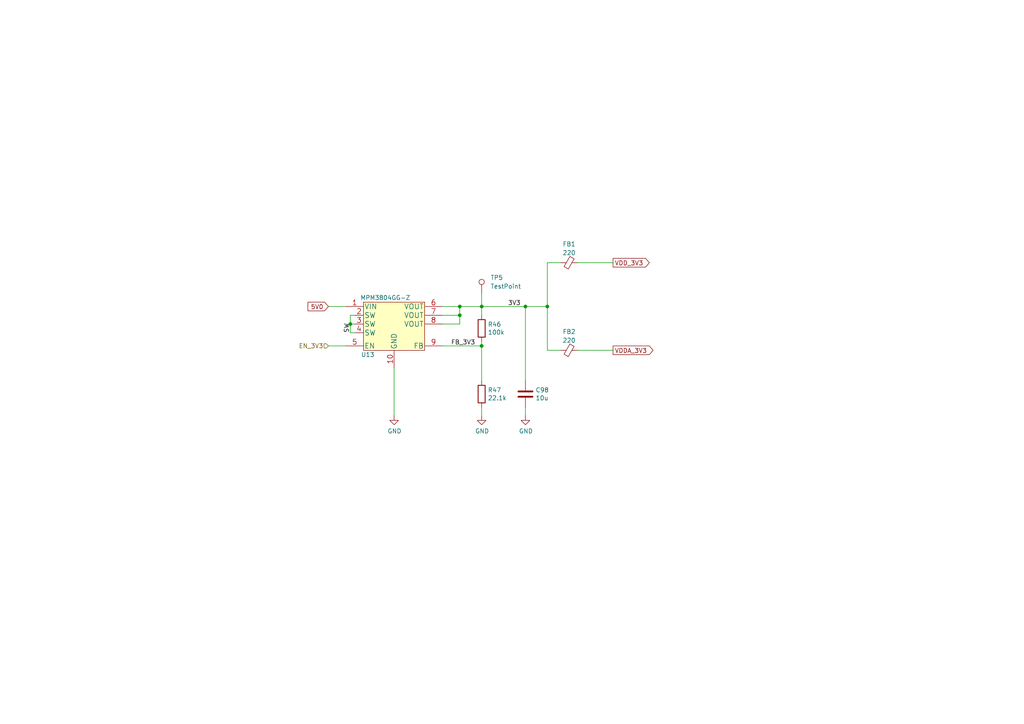
<source format=kicad_sch>
(kicad_sch (version 20231120) (generator "eeschema") (generator_version "8.0")
  (paper "A4")
  (title_block (title "Open MOtor DRiver Initiative  - Single Axis (OMODRI_SA)") (date "2024-11-08") (rev "1.0") (company "LAAS/CNRS"))
  (lib_symbols
    (symbol "Connector:TestPoint" (pin_numbers hide) (pin_names (offset 0.762) hide)
      (property "Reference" "TP" (at 0 6.858 0))
      (property "Value" "TestPoint" (at 0 5.08 0))
      (symbol "TestPoint_0_1"
        (circle (center 0 3.302) (radius 0.762))
      )
      (symbol "TestPoint_1_1"
        (pin passive line (at 0 0 90) (length 2.54) (name "1") (number "1"))
      )
    )
    (symbol "Device:C" (pin_numbers hide) (pin_names (offset 0.254))
      (property "Reference" "C" (at 0.635 2.54 0))
      (property "Value" "C" (at 0.635 -2.54 0))
      (symbol "C_0_1"
        (polyline (pts (xy -2.032 -0.762) (xy 2.032 -0.762)) (stroke (width 0.508)))
        (polyline (pts (xy -2.032 0.762) (xy 2.032 0.762)) (stroke (width 0.508)))
      )
      (symbol "C_1_1"
        (pin passive line (at 0 3.81 270) (length 2.794) (name "~") (number "1"))
        (pin passive line (at 0 -3.81 90) (length 2.794) (name "~") (number "2"))
      )
    )
    (symbol "Device:FerriteBead_Small" (pin_numbers hide) (pin_names (offset 0))
      (property "Reference" "FB" (at 1.905 1.27 0))
      (property "Value" "FerriteBead_Small" (at 1.905 -1.27 0))
      (symbol "FerriteBead_Small_0_1"
        (polyline (pts (xy 0 -1.27) (xy 0 -0.7874)))
        (polyline (pts (xy 0 0.889) (xy 0 1.2954)))
        (polyline (pts (xy -1.8288 0.2794) (xy -1.1176 1.4986) (xy 1.8288 -0.2032) (xy 1.1176 -1.4224) (xy -1.8288 0.2794)))
      )
      (symbol "FerriteBead_Small_1_1"
        (pin passive line (at 0 2.54 270) (length 1.27) (name "~") (number "1"))
        (pin passive line (at 0 -2.54 90) (length 1.27) (name "~") (number "2"))
      )
    )
    (symbol "Device:R" (pin_numbers hide) (pin_names (offset 0))
      (property "Reference" "R" (at 2.032 0 90))
      (property "Value" "R" (at 0 0 90))
      (symbol "R_0_1"
        (rectangle (start -1.016 -2.54) (end 1.016 2.54) (stroke (width 0.254)))
      )
      (symbol "R_1_1"
        (pin passive line (at 0 3.81 270) (length 1.27) (name "~") (number "1"))
        (pin passive line (at 0 -3.81 90) (length 1.27) (name "~") (number "2"))
      )
    )
    (symbol "omodri_lib:MPM3804GG" (pin_names (offset 0.254))
      (property "Reference" "U" (at -8.89 11.43 0))
      (property "Value" "MPM3804GG" (at -3.81 8.89 0))
      (symbol "MPM3804GG_1_1"
        (rectangle (start -8.89 7.62) (end 8.89 -6.35) (fill (type background)))
        (pin power_in line (at -13.97 6.35 0) (length 5.08) (name "VIN") (number "1"))
        (pin power_in line (at 0 -11.43 90) (length 5.08) (name "GND") (number "10"))
        (pin passive line (at -11.43 3.81 0) (length 2.54) (name "SW") (number "2"))
        (pin passive line (at -11.43 1.27 0) (length 2.54) (name "SW") (number "3"))
        (pin passive line (at -11.43 -1.27 0) (length 2.54) (name "SW") (number "4"))
        (pin input line (at -13.97 -5.08 0) (length 5.08) (name "EN") (number "5"))
        (pin power_out line (at 13.97 6.35 180) (length 5.08) (name "VOUT") (number "6"))
        (pin passive line (at 13.97 3.81 180) (length 5.08) (name "VOUT") (number "7"))
        (pin passive line (at 13.97 1.27 180) (length 5.08) (name "VOUT") (number "8"))
        (pin input line (at 13.97 -5.08 180) (length 5.08) (name "FB") (number "9"))
      )
    )
    (symbol "power:GND" (power) (pin_numbers hide) (pin_names (offset 0) hide)
      (property "Value" "GND" (at 0 -3.81 0))
      (symbol "GND_0_1"
        (polyline (pts (xy 0 0) (xy 0 -1.27) (xy 1.27 -1.27) (xy 0 -2.54) (xy -1.27 -1.27) (xy 0 -1.27)))
      )
      (symbol "GND_1_1"
        (pin power_in line (at 0 0 270) (length 0) (name "~") (number "1"))
      )
    )
  )
  (junction (at 101.6 93.98))
  (junction (at 133.35 88.9))
  (junction (at 139.7 100.33))
  (junction (at 139.7 88.9))
  (junction (at 133.35 91.44))
  (junction (at 152.4 88.9))
  (junction (at 158.75 88.9))
  (wire (pts (xy 139.7 85.09) (xy 139.7 88.9)))
  (wire (pts (xy 128.27 88.9) (xy 133.35 88.9)))
  (wire (pts (xy 162.56 76.2) (xy 158.75 76.2)))
  (wire (pts (xy 139.7 88.9) (xy 152.4 88.9)))
  (wire (pts (xy 152.4 88.9) (xy 158.75 88.9)))
  (wire (pts (xy 167.64 101.6) (xy 177.8 101.6)))
  (wire (pts (xy 139.7 100.33) (xy 139.7 110.49)))
  (wire (pts (xy 128.27 91.44) (xy 133.35 91.44)))
  (wire (pts (xy 133.35 88.9) (xy 139.7 88.9)))
  (wire (pts (xy 101.6 96.52) (xy 101.6 93.98)))
  (wire (pts (xy 133.35 93.98) (xy 133.35 91.44)))
  (wire (pts (xy 100.33 88.9) (xy 95.25 88.9)))
  (wire (pts (xy 158.75 101.6) (xy 162.56 101.6)))
  (wire (pts (xy 133.35 91.44) (xy 133.35 88.9)))
  (wire (pts (xy 139.7 120.65) (xy 139.7 118.11)))
  (wire (pts (xy 114.3 106.68) (xy 114.3 120.65)))
  (wire (pts (xy 158.75 88.9) (xy 158.75 101.6)))
  (wire (pts (xy 152.4 88.9) (xy 152.4 110.49)))
  (wire (pts (xy 128.27 93.98) (xy 133.35 93.98)))
  (wire (pts (xy 101.6 91.44) (xy 101.6 93.98)))
  (wire (pts (xy 95.25 100.33) (xy 100.33 100.33)))
  (wire (pts (xy 158.75 76.2) (xy 158.75 88.9)))
  (wire (pts (xy 139.7 99.06) (xy 139.7 100.33)))
  (wire (pts (xy 139.7 88.9) (xy 139.7 91.44)))
  (wire (pts (xy 167.64 76.2) (xy 177.8 76.2)))
  (wire (pts (xy 102.87 96.52) (xy 101.6 96.52)))
  (wire (pts (xy 152.4 118.11) (xy 152.4 120.65)))
  (wire (pts (xy 101.6 93.98) (xy 102.87 93.98)))
  (wire (pts (xy 128.27 100.33) (xy 139.7 100.33)))
  (wire (pts (xy 102.87 91.44) (xy 101.6 91.44)))
  (label "FB_3V3" (at 130.81 100.33 0))
  (label "SW" (at 101.6 96.52 90))
  (label "3V3" (at 147.32 88.9 0))
  (global_label "VDD_3V3" (shape output) (at 177.8 76.2 0) (property "Intersheetrefs" "${INTERSHEET_REFS}" (effects (hide yes))) (property "Références Inter-Feuilles" "${INTERSHEET_REFS}" (effects (hide yes))))
  (global_label "5V0" (shape input) (at 95.25 88.9 180) (property "Intersheetrefs" "${INTERSHEET_REFS}" (effects (hide yes))) (property "Références Inter-Feuilles" "${INTERSHEET_REFS}" (effects (hide yes))))
  (global_label "VDDA_3V3" (shape output) (at 177.8 101.6 0) (property "Intersheetrefs" "${INTERSHEET_REFS}" (effects (hide yes))) (property "Références Inter-Feuilles" "${INTERSHEET_REFS}" (effects (hide yes))))
  (hierarchical_label "EN_3V3" (shape input) (at 95.25 100.33 180))
  (symbol (lib_id "power:GND") (at 114.3 120.65 0) (unit 1)
    (property "Reference" "#PWR0142" (effects (hide yes)))
    (property "Value" "GND" (at 114.427 125.0442 0))
    (property "Description" "Power symbol creates a global label with name \"GND\" , ground" (effects (hide yes)))
  )
  (symbol (lib_id "power:GND") (at 152.4 120.65 0) (unit 1)
    (property "Reference" "#PWR0144" (effects (hide yes)))
    (property "Value" "GND" (at 152.527 125.0442 0))
    (property "Description" "Power symbol creates a global label with name \"GND\" , ground" (effects (hide yes)))
  )
  (symbol (lib_id "power:GND") (at 139.7 120.65 0) (unit 1)
    (property "Reference" "#PWR0143" (effects (hide yes)))
    (property "Value" "GND" (at 139.827 125.0442 0))
    (property "Description" "Power symbol creates a global label with name \"GND\" , ground" (effects (hide yes)))
  )
  (symbol (lib_id "Device:R") (at 139.7 95.25 0) (unit 1)
    (property "Reference" "R46" (at 141.478 94.0816 0) (effects (justify left)))
    (property "Value" "100k" (at 141.478 96.393 0) (effects (justify left)))
    (property "Footprint" "Resistor_SMD:R_0201_0603Metric" (effects (hide yes)))
    (property "Datasheet" "https://industrial.panasonic.com/sa/products/pt/general-purpose-chip-resistors/models/ERJ1GNF1003C" (effects (hide yes)))
    (property "Description" "0201, 100kΩ, 0.05W, ±1%, SMD  resistor" (effects (hide yes)))
    (property "DigiKey" "P122655CT-ND" (effects (hide yes)))
    (property "Farnell" "2302389" (effects (hide yes)))
    (property "Mouser" "667-ERJ-1GNF1003C" (effects (hide yes)))
    (property "Part No" "ERJ1GNF1003C" (effects (hide yes)))
    (property "RS" "179-7130" (effects (hide yes)))
    (property "LCSC" " C717003" (effects (hide yes)))
    (property "Manufacturer" "PANASONIC" (effects (hide yes)))
    (property "Assembling" "SMD" (effects (hide yes)))
  )
  (symbol (lib_id "Device:R") (at 139.7 114.3 0) (unit 1)
    (property "Reference" "R47" (at 141.478 113.1316 0) (effects (justify left)))
    (property "Value" "22.1k" (at 141.478 115.443 0) (effects (justify left)))
    (property "Footprint" "Resistor_SMD:R_0201_0603Metric" (effects (hide yes)))
    (property "Datasheet" "https://industrial.panasonic.com/sa/products/pt/general-purpose-chip-resistors/models/ERJ1GNF2212C" (effects (hide yes)))
    (property "Description" "0201, 22.1kΩ, 0.05W, ±1%, SMD  resistor" (effects (hide yes)))
    (property "DigiKey" "P122837CT-ND" (effects (hide yes)))
    (property "Farnell" "3335196" (effects (hide yes)))
    (property "Mouser" "667-ERJ-1GNF2212C" (effects (hide yes)))
    (property "Part No" "ERJ1GNF2212C" (effects (hide yes)))
    (property "LCSC" "C4014639" (effects (hide yes)))
    (property "Manufacturer" "PANASONIC" (effects (hide yes)))
    (property "Assembling" "SMD" (effects (hide yes)))
  )
  (symbol (lib_id "omodri_lib:MPM3804GG") (at 114.3 95.25 0) (unit 1)
    (property "Reference" "U13" (at 106.68 102.87 0))
    (property "Value" "MPM3804GG-Z" (at 111.76 86.36 0))
    (property "Footprint" "udriver3:QFN-10_2x2mm_P0.5mm" (effects (hide yes)))
    (property "Datasheet" "https://www.monolithicpower.com/en/documentview/productdocument/index/version/2/document_type/Datasheet/lang/en/sku/MPM3804GG/document_id/2122/" (effects (hide yes)))
    (property "Description" "QFN-10, 2.3V to 5.5V, 0.6A, Step-Down Converter /w Integrated Inductor in Ultra-Small 2x2x0.9mm" (effects (hide yes)))
    (property "DigiKey" "1589-1982-1-ND" (effects (hide yes)))
    (property "Farnell" "3358188" (effects (hide yes)))
    (property "Mouser" "946-MPM3804GG-Z" (effects (hide yes)))
    (property "Part No" "MPM3804GG-Z" (effects (hide yes)))
    (property "LCSC" "C5799646" (effects (hide yes)))
    (property "Manufacturer" "MPS" (effects (hide yes)))
    (property "Assembling" "SMD" (effects (hide yes)))
  )
  (symbol (lib_id "Device:C") (at 152.4 114.3 0) (unit 1)
    (property "Reference" "C98" (at 155.321 113.1316 0) (effects (justify left)))
    (property "Value" "10u" (at 155.321 115.443 0) (effects (justify left)))
    (property "Footprint" "Capacitor_SMD:C_0402_1005Metric" (effects (hide yes)))
    (property "Datasheet" "https://www.murata.com/en-eu/products/productdetail?partno=GRM155R61A106ME11%23" (effects (hide yes)))
    (property "Description" "0402, 10uf, 10V,  ±20%, X5R, SMD MLCC" (effects (hide yes)))
    (property "DigiKey" "490-GRM155R61A106ME11DCT-ND" (effects (hide yes)))
    (property "Farnell" "3785802" (effects (hide yes)))
    (property "Mouser" "81-GRM155R61A106ME1D" (effects (hide yes)))
    (property "Part No" "GRM155R61A106ME11D" (effects (hide yes)))
    (property "RS" "260-8765" (effects (hide yes)))
    (property "LCSC" "C408132" (effects (hide yes)))
    (property "Manufacturer" "MURATA" (effects (hide yes)))
    (property "Assembling" "SMD" (effects (hide yes)))
  )
  (symbol (lib_id "Connector:TestPoint") (at 139.7 85.09 0) (unit 1) (in_bom no)
    (property "Reference" "TP5" (at 142.24 80.5179 0) (effects (justify left)))
    (property "Value" "TestPoint" (at 142.24 83.0579 0) (effects (justify left)))
    (property "Footprint" "TestPoint:TestPoint_Pad_D1.0mm" (effects (hide yes)))
    (property "Description" "test point" (effects (hide yes)))
    (property "Assembling" "SMD" (effects (hide yes)))
  )
  (symbol (lib_id "Device:FerriteBead_Small") (at 165.1 76.2 90) (unit 1)
    (property "Reference" "FB1" (at 165.0619 70.7984 90))
    (property "Value" "220" (at 165.0619 73.3353 90))
    (property "Footprint" "Resistor_SMD:R_0603_1608Metric" (effects (hide yes)))
    (property "Datasheet" "https://www.murata.com/en-eu/products/productdetail?partno=BLM18SG221TN1%23" (effects (hide yes)))
    (property "Description" "0603, 0.04Ω(DC), 220Ω(100MHz), ferrite bead" (effects (hide yes)))
    (property "DigiKey" "490-5225-1-ND" (effects (hide yes)))
    (property "Farnell" "1515753" (effects (hide yes)))
    (property "Mouser" "81-BLM18SG221TN1D" (effects (hide yes)))
    (property "Part No" "BLM18SG221TN1D" (effects (hide yes)))
    (property "LCSC" "C88988" (effects (hide yes)))
    (property "Manufacturer" "MURATA" (effects (hide yes)))
    (property "Assembling" "SMD" (effects (hide yes)))
  )
  (symbol (lib_id "Device:FerriteBead_Small") (at 165.1 101.6 90) (unit 1)
    (property "Reference" "FB2" (at 165.0619 96.1984 90))
    (property "Value" "220" (at 165.0619 98.7353 90))
    (property "Footprint" "Resistor_SMD:R_0603_1608Metric" (effects (hide yes)))
    (property "Datasheet" "https://www.murata.com/en-eu/products/productdetail?partno=BLM18SG221TN1%23" (effects (hide yes)))
    (property "Description" "0603, 0.04Ω(DC), 220Ω(100MHz), ferrite bead" (effects (hide yes)))
    (property "DigiKey" "490-5225-1-ND" (effects (hide yes)))
    (property "Farnell" "1515753" (effects (hide yes)))
    (property "Mouser" "81-BLM18SG221TN1D" (effects (hide yes)))
    (property "Part No" "BLM18SG221TN1D" (effects (hide yes)))
    (property "LCSC" "C88988" (effects (hide yes)))
    (property "Manufacturer" "MURATA" (effects (hide yes)))
    (property "Assembling" "SMD" (effects (hide yes)))
  )
)
</source>
